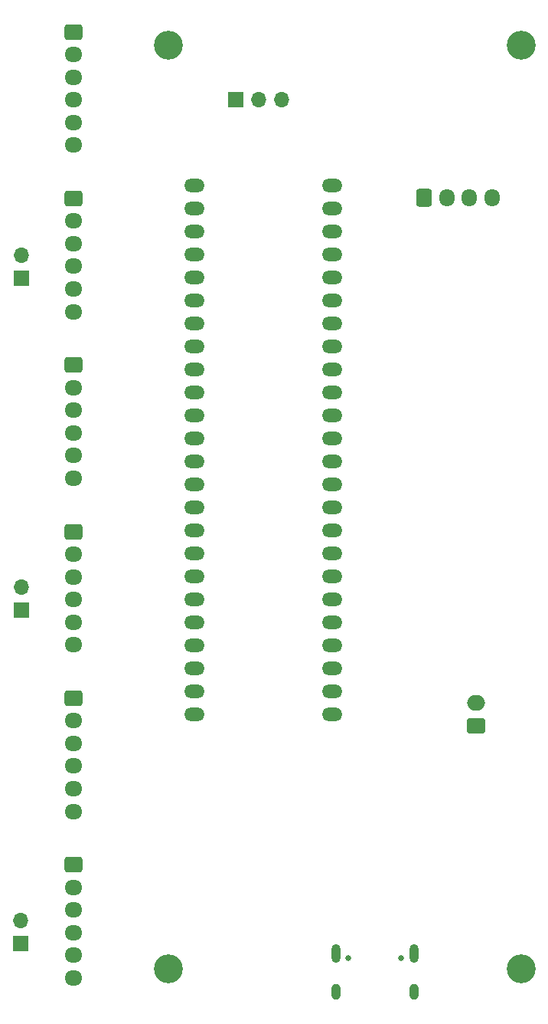
<source format=gbr>
%TF.GenerationSoftware,KiCad,Pcbnew,8.0.8*%
%TF.CreationDate,2025-03-09T10:35:25-07:00*%
%TF.ProjectId,ground-receiver,67726f75-6e64-42d7-9265-636569766572,rev?*%
%TF.SameCoordinates,Original*%
%TF.FileFunction,Soldermask,Bot*%
%TF.FilePolarity,Negative*%
%FSLAX46Y46*%
G04 Gerber Fmt 4.6, Leading zero omitted, Abs format (unit mm)*
G04 Created by KiCad (PCBNEW 8.0.8) date 2025-03-09 10:35:25*
%MOMM*%
%LPD*%
G01*
G04 APERTURE LIST*
G04 Aperture macros list*
%AMRoundRect*
0 Rectangle with rounded corners*
0 $1 Rounding radius*
0 $2 $3 $4 $5 $6 $7 $8 $9 X,Y pos of 4 corners*
0 Add a 4 corners polygon primitive as box body*
4,1,4,$2,$3,$4,$5,$6,$7,$8,$9,$2,$3,0*
0 Add four circle primitives for the rounded corners*
1,1,$1+$1,$2,$3*
1,1,$1+$1,$4,$5*
1,1,$1+$1,$6,$7*
1,1,$1+$1,$8,$9*
0 Add four rect primitives between the rounded corners*
20,1,$1+$1,$2,$3,$4,$5,0*
20,1,$1+$1,$4,$5,$6,$7,0*
20,1,$1+$1,$6,$7,$8,$9,0*
20,1,$1+$1,$8,$9,$2,$3,0*%
G04 Aperture macros list end*
%ADD10RoundRect,0.250000X-0.600000X-0.725000X0.600000X-0.725000X0.600000X0.725000X-0.600000X0.725000X0*%
%ADD11O,1.700000X1.950000*%
%ADD12C,3.200000*%
%ADD13O,2.250000X1.500000*%
%ADD14RoundRect,0.250000X-0.725000X0.600000X-0.725000X-0.600000X0.725000X-0.600000X0.725000X0.600000X0*%
%ADD15O,1.950000X1.700000*%
%ADD16RoundRect,0.250000X0.750000X-0.600000X0.750000X0.600000X-0.750000X0.600000X-0.750000X-0.600000X0*%
%ADD17O,2.000000X1.700000*%
%ADD18R,1.700000X1.700000*%
%ADD19O,1.700000X1.700000*%
%ADD20C,0.650000*%
%ADD21O,1.000000X2.100000*%
%ADD22O,1.000000X1.800000*%
G04 APERTURE END LIST*
D10*
%TO.C,J13*%
X155300000Y-84800000D03*
D11*
X157800000Y-84800000D03*
X160300000Y-84800000D03*
X162800000Y-84800000D03*
%TD*%
D12*
%TO.C,H3*%
X127000000Y-170000000D03*
%TD*%
D13*
%TO.C,Teensy4.1*%
X129880000Y-86025000D03*
X129880000Y-88565000D03*
X129880000Y-91105000D03*
X129880000Y-93645000D03*
X129880000Y-119045000D03*
X145120000Y-88565000D03*
X129880000Y-96185000D03*
X129880000Y-98725000D03*
X145120000Y-83485000D03*
X129880000Y-101265000D03*
X129880000Y-103805000D03*
X129880000Y-106345000D03*
X129880000Y-108885000D03*
X129880000Y-111425000D03*
X129880000Y-113965000D03*
X129880000Y-116505000D03*
X145120000Y-116505000D03*
X145120000Y-113965000D03*
X145120000Y-111425000D03*
X145120000Y-108885000D03*
X145120000Y-106345000D03*
X145120000Y-103805000D03*
X145120000Y-101265000D03*
X145120000Y-98725000D03*
X145120000Y-96185000D03*
X145120000Y-93645000D03*
X145120000Y-91105000D03*
X129880000Y-121585000D03*
X129880000Y-124125000D03*
X129880000Y-126665000D03*
X129880000Y-129205000D03*
X129880000Y-131745000D03*
X129880000Y-134285000D03*
X129880000Y-136825000D03*
X129880000Y-139365000D03*
X129880000Y-141905000D03*
X145120000Y-141905000D03*
X145120000Y-139365000D03*
X145120000Y-136825000D03*
X145120000Y-134285000D03*
X145120000Y-131745000D03*
X145120000Y-129205000D03*
X145120000Y-126665000D03*
X145120000Y-124125000D03*
X145120000Y-121585000D03*
X129880000Y-83485000D03*
X145120000Y-86025000D03*
X145120000Y-119045000D03*
%TD*%
D14*
%TO.C,J9*%
X116465000Y-103300000D03*
D15*
X116465000Y-105800000D03*
X116465000Y-108300000D03*
X116465000Y-110800000D03*
X116465000Y-113300000D03*
X116465000Y-115800000D03*
%TD*%
D16*
%TO.C,J3*%
X161050000Y-143150000D03*
D17*
X161050000Y-140650000D03*
%TD*%
D18*
%TO.C,J1*%
X134460000Y-74000000D03*
D19*
X137000000Y-74000000D03*
X139540000Y-74000000D03*
%TD*%
D14*
%TO.C,J4*%
X116465000Y-158500000D03*
D15*
X116465000Y-161000000D03*
X116465000Y-163500000D03*
X116465000Y-166000000D03*
X116465000Y-168500000D03*
X116465000Y-171000000D03*
%TD*%
D14*
%TO.C,J7*%
X116465000Y-121700000D03*
D15*
X116465000Y-124200000D03*
X116465000Y-126700000D03*
X116465000Y-129200000D03*
X116465000Y-131700000D03*
X116465000Y-134200000D03*
%TD*%
D14*
%TO.C,J10*%
X116465000Y-84900000D03*
D15*
X116465000Y-87400000D03*
X116465000Y-89900000D03*
X116465000Y-92400000D03*
X116465000Y-94900000D03*
X116465000Y-97400000D03*
%TD*%
D14*
%TO.C,J12*%
X116465000Y-66500000D03*
D15*
X116465000Y-69000000D03*
X116465000Y-71500000D03*
X116465000Y-74000000D03*
X116465000Y-76500000D03*
X116465000Y-79000000D03*
%TD*%
D18*
%TO.C,J8*%
X110765000Y-130400000D03*
D19*
X110765000Y-127860000D03*
%TD*%
D18*
%TO.C,J11*%
X110665000Y-167200000D03*
D19*
X110665000Y-164660000D03*
%TD*%
D12*
%TO.C,H1*%
X166000000Y-68000000D03*
%TD*%
D14*
%TO.C,J6*%
X116465000Y-140100000D03*
D15*
X116465000Y-142600000D03*
X116465000Y-145100000D03*
X116465000Y-147600000D03*
X116465000Y-150100000D03*
X116465000Y-152600000D03*
%TD*%
D18*
%TO.C,J5*%
X110765000Y-93700000D03*
D19*
X110765000Y-91160000D03*
%TD*%
D20*
%TO.C,J2*%
X146930000Y-168820000D03*
X152710000Y-168820000D03*
D21*
X145500000Y-168320000D03*
D22*
X145500000Y-172500000D03*
D21*
X154140000Y-168320000D03*
D22*
X154140000Y-172500000D03*
%TD*%
D12*
%TO.C,H2*%
X166000000Y-170000000D03*
%TD*%
%TO.C,H4*%
X127000000Y-68000000D03*
%TD*%
M02*

</source>
